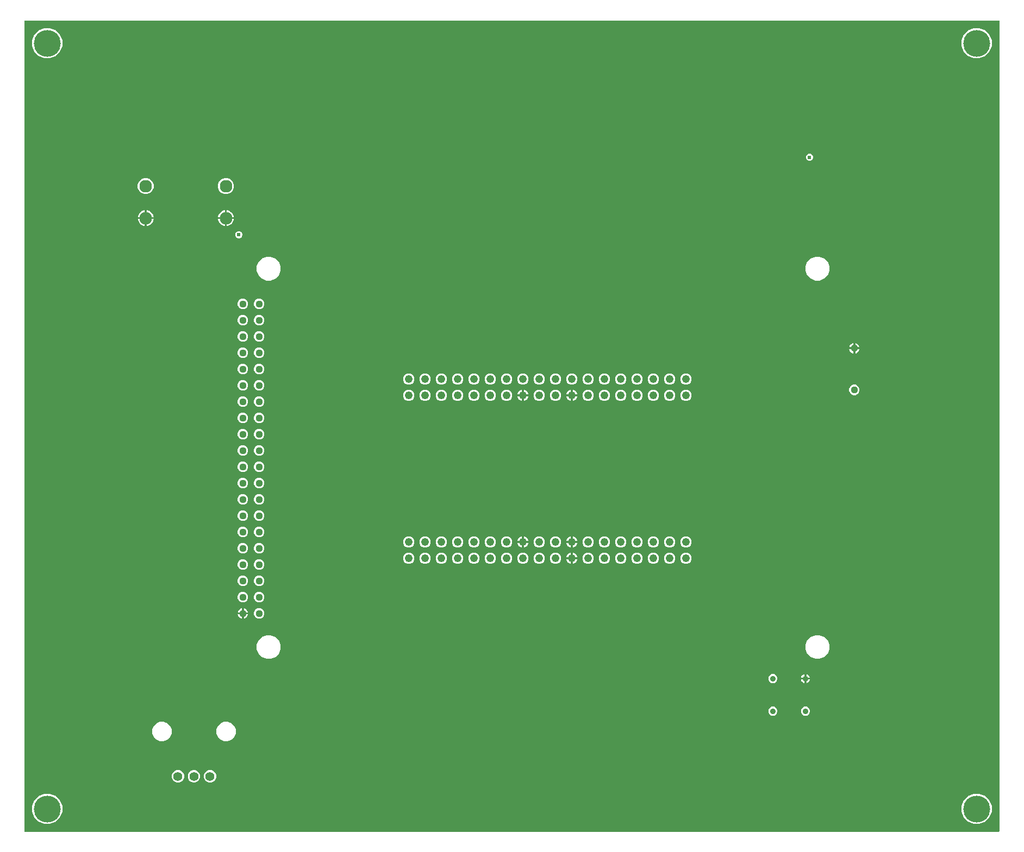
<source format=gbr>
G04 EAGLE Gerber RS-274X export*
G75*
%MOMM*%
%FSLAX34Y34*%
%LPD*%
%INCopper Layer 2*%
%IPPOS*%
%AMOC8*
5,1,8,0,0,1.08239X$1,22.5*%
G01*
%ADD10C,1.120000*%
%ADD11C,1.400000*%
%ADD12C,1.960000*%
%ADD13C,4.191000*%
%ADD14C,1.244600*%
%ADD15C,0.904800*%
%ADD16C,0.609600*%

G36*
X1520718Y2544D02*
X1520718Y2544D01*
X1520737Y2542D01*
X1520839Y2564D01*
X1520941Y2580D01*
X1520958Y2590D01*
X1520978Y2594D01*
X1521067Y2647D01*
X1521158Y2696D01*
X1521172Y2710D01*
X1521189Y2720D01*
X1521256Y2799D01*
X1521328Y2874D01*
X1521336Y2892D01*
X1521349Y2907D01*
X1521388Y3003D01*
X1521431Y3097D01*
X1521433Y3117D01*
X1521441Y3135D01*
X1521459Y3302D01*
X1521459Y1266698D01*
X1521456Y1266718D01*
X1521458Y1266737D01*
X1521436Y1266839D01*
X1521420Y1266941D01*
X1521410Y1266958D01*
X1521406Y1266978D01*
X1521353Y1267067D01*
X1521304Y1267158D01*
X1521290Y1267172D01*
X1521280Y1267189D01*
X1521201Y1267256D01*
X1521126Y1267328D01*
X1521108Y1267336D01*
X1521093Y1267349D01*
X1520997Y1267388D01*
X1520903Y1267431D01*
X1520883Y1267433D01*
X1520865Y1267441D01*
X1520698Y1267459D01*
X3302Y1267459D01*
X3282Y1267456D01*
X3263Y1267458D01*
X3161Y1267436D01*
X3059Y1267420D01*
X3042Y1267410D01*
X3022Y1267406D01*
X2933Y1267353D01*
X2842Y1267304D01*
X2828Y1267290D01*
X2811Y1267280D01*
X2744Y1267201D01*
X2672Y1267126D01*
X2664Y1267108D01*
X2651Y1267093D01*
X2612Y1266997D01*
X2569Y1266903D01*
X2567Y1266883D01*
X2559Y1266865D01*
X2541Y1266698D01*
X2541Y3302D01*
X2544Y3282D01*
X2542Y3263D01*
X2564Y3161D01*
X2580Y3059D01*
X2590Y3042D01*
X2594Y3022D01*
X2647Y2933D01*
X2696Y2842D01*
X2710Y2828D01*
X2720Y2811D01*
X2799Y2744D01*
X2874Y2672D01*
X2892Y2664D01*
X2907Y2651D01*
X3003Y2612D01*
X3097Y2569D01*
X3117Y2567D01*
X3135Y2559D01*
X3302Y2541D01*
X1520698Y2541D01*
X1520718Y2544D01*
G37*
%LPC*%
G36*
X1481226Y1208404D02*
X1481226Y1208404D01*
X1472591Y1211981D01*
X1465981Y1218591D01*
X1462404Y1227226D01*
X1462404Y1236574D01*
X1465981Y1245209D01*
X1472591Y1251819D01*
X1481226Y1255396D01*
X1490574Y1255396D01*
X1499209Y1251819D01*
X1505819Y1245209D01*
X1509396Y1236574D01*
X1509396Y1227226D01*
X1505819Y1218591D01*
X1499209Y1211981D01*
X1490574Y1208404D01*
X1481226Y1208404D01*
G37*
%LPD*%
%LPC*%
G36*
X33426Y1208404D02*
X33426Y1208404D01*
X24791Y1211981D01*
X18181Y1218591D01*
X14604Y1227226D01*
X14604Y1236574D01*
X18181Y1245209D01*
X24791Y1251819D01*
X33426Y1255396D01*
X42774Y1255396D01*
X51409Y1251819D01*
X58019Y1245209D01*
X61596Y1236574D01*
X61596Y1227226D01*
X58019Y1218591D01*
X51409Y1211981D01*
X42774Y1208404D01*
X33426Y1208404D01*
G37*
%LPD*%
%LPC*%
G36*
X33426Y14604D02*
X33426Y14604D01*
X24791Y18181D01*
X18181Y24791D01*
X14604Y33426D01*
X14604Y42774D01*
X18181Y51409D01*
X24791Y58019D01*
X33426Y61596D01*
X42774Y61596D01*
X51409Y58019D01*
X58019Y51409D01*
X61596Y42774D01*
X61596Y33426D01*
X58019Y24791D01*
X51409Y18181D01*
X42774Y14604D01*
X33426Y14604D01*
G37*
%LPD*%
%LPC*%
G36*
X1481226Y14604D02*
X1481226Y14604D01*
X1472591Y18181D01*
X1465981Y24791D01*
X1462404Y33426D01*
X1462404Y42774D01*
X1465981Y51409D01*
X1472591Y58019D01*
X1481226Y61596D01*
X1490574Y61596D01*
X1499209Y58019D01*
X1505819Y51409D01*
X1509396Y42774D01*
X1509396Y33426D01*
X1505819Y24791D01*
X1499209Y18181D01*
X1490574Y14604D01*
X1481226Y14604D01*
G37*
%LPD*%
%LPC*%
G36*
X1234212Y861959D02*
X1234212Y861959D01*
X1227397Y864782D01*
X1222182Y869997D01*
X1219359Y876812D01*
X1219359Y884188D01*
X1222182Y891003D01*
X1227397Y896218D01*
X1234212Y899041D01*
X1241588Y899041D01*
X1248403Y896218D01*
X1253618Y891003D01*
X1256441Y884188D01*
X1256441Y876812D01*
X1253618Y869997D01*
X1248403Y864782D01*
X1241588Y861959D01*
X1234212Y861959D01*
G37*
%LPD*%
%LPC*%
G36*
X379212Y861959D02*
X379212Y861959D01*
X372397Y864782D01*
X367182Y869997D01*
X364359Y876812D01*
X364359Y884188D01*
X367182Y891003D01*
X372397Y896218D01*
X379212Y899041D01*
X386588Y899041D01*
X393403Y896218D01*
X398618Y891003D01*
X401441Y884188D01*
X401441Y876812D01*
X398618Y869997D01*
X393403Y864782D01*
X386588Y861959D01*
X379212Y861959D01*
G37*
%LPD*%
%LPC*%
G36*
X379212Y271959D02*
X379212Y271959D01*
X372397Y274782D01*
X367182Y279997D01*
X364359Y286812D01*
X364359Y294188D01*
X367182Y301003D01*
X372397Y306218D01*
X379212Y309041D01*
X386588Y309041D01*
X393403Y306218D01*
X398618Y301003D01*
X401441Y294188D01*
X401441Y286812D01*
X398618Y279997D01*
X393403Y274782D01*
X386588Y271959D01*
X379212Y271959D01*
G37*
%LPD*%
%LPC*%
G36*
X1234212Y271959D02*
X1234212Y271959D01*
X1227397Y274782D01*
X1222182Y279997D01*
X1219359Y286812D01*
X1219359Y294188D01*
X1222182Y301003D01*
X1227397Y306218D01*
X1234212Y309041D01*
X1241588Y309041D01*
X1248403Y306218D01*
X1253618Y301003D01*
X1256441Y294188D01*
X1256441Y286812D01*
X1253618Y279997D01*
X1248403Y274782D01*
X1241588Y271959D01*
X1234212Y271959D01*
G37*
%LPD*%
%LPC*%
G36*
X213708Y143859D02*
X213708Y143859D01*
X208180Y146149D01*
X203949Y150380D01*
X201659Y155908D01*
X201659Y161892D01*
X203949Y167420D01*
X208180Y171651D01*
X213708Y173941D01*
X219692Y173941D01*
X225220Y171651D01*
X229451Y167420D01*
X231741Y161892D01*
X231741Y155908D01*
X229451Y150380D01*
X225220Y146149D01*
X219692Y143859D01*
X213708Y143859D01*
G37*
%LPD*%
%LPC*%
G36*
X313708Y143859D02*
X313708Y143859D01*
X308180Y146149D01*
X303949Y150380D01*
X301659Y155908D01*
X301659Y161892D01*
X303949Y167420D01*
X308180Y171651D01*
X313708Y173941D01*
X319692Y173941D01*
X325220Y171651D01*
X329451Y167420D01*
X331741Y161892D01*
X331741Y155908D01*
X329451Y150380D01*
X325220Y146149D01*
X319692Y143859D01*
X313708Y143859D01*
G37*
%LPD*%
%LPC*%
G36*
X314045Y996909D02*
X314045Y996909D01*
X309510Y998788D01*
X306038Y1002260D01*
X304159Y1006795D01*
X304159Y1011705D01*
X306038Y1016240D01*
X309510Y1019712D01*
X314045Y1021591D01*
X318955Y1021591D01*
X323490Y1019712D01*
X326962Y1016240D01*
X328841Y1011705D01*
X328841Y1006795D01*
X326962Y1002260D01*
X323490Y998788D01*
X318955Y996909D01*
X314045Y996909D01*
G37*
%LPD*%
%LPC*%
G36*
X189045Y996909D02*
X189045Y996909D01*
X184510Y998788D01*
X181038Y1002260D01*
X179159Y1006795D01*
X179159Y1011705D01*
X181038Y1016240D01*
X184510Y1019712D01*
X189045Y1021591D01*
X193955Y1021591D01*
X198490Y1019712D01*
X201962Y1016240D01*
X203841Y1011705D01*
X203841Y1006795D01*
X201962Y1002260D01*
X198490Y998788D01*
X193955Y996909D01*
X189045Y996909D01*
G37*
%LPD*%
%LPC*%
G36*
X264802Y79359D02*
X264802Y79359D01*
X261296Y80812D01*
X258612Y83496D01*
X257159Y87002D01*
X257159Y90798D01*
X258612Y94304D01*
X261296Y96988D01*
X264802Y98441D01*
X268598Y98441D01*
X272104Y96988D01*
X274788Y94304D01*
X276241Y90798D01*
X276241Y87002D01*
X274788Y83496D01*
X272104Y80812D01*
X268598Y79359D01*
X264802Y79359D01*
G37*
%LPD*%
%LPC*%
G36*
X289802Y79359D02*
X289802Y79359D01*
X286296Y80812D01*
X283612Y83496D01*
X282159Y87002D01*
X282159Y90798D01*
X283612Y94304D01*
X286296Y96988D01*
X289802Y98441D01*
X293598Y98441D01*
X297104Y96988D01*
X299788Y94304D01*
X301241Y90798D01*
X301241Y87002D01*
X299788Y83496D01*
X297104Y80812D01*
X293598Y79359D01*
X289802Y79359D01*
G37*
%LPD*%
%LPC*%
G36*
X239802Y79359D02*
X239802Y79359D01*
X236296Y80812D01*
X233612Y83496D01*
X232159Y87002D01*
X232159Y90798D01*
X233612Y94304D01*
X236296Y96988D01*
X239802Y98441D01*
X243598Y98441D01*
X247104Y96988D01*
X249788Y94304D01*
X251241Y90798D01*
X251241Y87002D01*
X249788Y83496D01*
X247104Y80812D01*
X243598Y79359D01*
X239802Y79359D01*
G37*
%LPD*%
%LPC*%
G36*
X726557Y420236D02*
X726557Y420236D01*
X723336Y421570D01*
X720870Y424036D01*
X719536Y427257D01*
X719536Y430743D01*
X720870Y433964D01*
X723336Y436430D01*
X726557Y437764D01*
X730043Y437764D01*
X733264Y436430D01*
X735730Y433964D01*
X737064Y430743D01*
X737064Y427257D01*
X735730Y424036D01*
X733264Y421570D01*
X730043Y420236D01*
X726557Y420236D01*
G37*
%LPD*%
%LPC*%
G36*
X701157Y420236D02*
X701157Y420236D01*
X697936Y421570D01*
X695470Y424036D01*
X694136Y427257D01*
X694136Y430743D01*
X695470Y433964D01*
X697936Y436430D01*
X701157Y437764D01*
X704643Y437764D01*
X707864Y436430D01*
X710330Y433964D01*
X711664Y430743D01*
X711664Y427257D01*
X710330Y424036D01*
X707864Y421570D01*
X704643Y420236D01*
X701157Y420236D01*
G37*
%LPD*%
%LPC*%
G36*
X675757Y420236D02*
X675757Y420236D01*
X672536Y421570D01*
X670070Y424036D01*
X668736Y427257D01*
X668736Y430743D01*
X670070Y433964D01*
X672536Y436430D01*
X675757Y437764D01*
X679243Y437764D01*
X682464Y436430D01*
X684930Y433964D01*
X686264Y430743D01*
X686264Y427257D01*
X684930Y424036D01*
X682464Y421570D01*
X679243Y420236D01*
X675757Y420236D01*
G37*
%LPD*%
%LPC*%
G36*
X650357Y420236D02*
X650357Y420236D01*
X647136Y421570D01*
X644670Y424036D01*
X643336Y427257D01*
X643336Y430743D01*
X644670Y433964D01*
X647136Y436430D01*
X650357Y437764D01*
X653843Y437764D01*
X657064Y436430D01*
X659530Y433964D01*
X660864Y430743D01*
X660864Y427257D01*
X659530Y424036D01*
X657064Y421570D01*
X653843Y420236D01*
X650357Y420236D01*
G37*
%LPD*%
%LPC*%
G36*
X955157Y420236D02*
X955157Y420236D01*
X951936Y421570D01*
X949470Y424036D01*
X948136Y427257D01*
X948136Y430743D01*
X949470Y433964D01*
X951936Y436430D01*
X955157Y437764D01*
X958643Y437764D01*
X961864Y436430D01*
X964330Y433964D01*
X965664Y430743D01*
X965664Y427257D01*
X964330Y424036D01*
X961864Y421570D01*
X958643Y420236D01*
X955157Y420236D01*
G37*
%LPD*%
%LPC*%
G36*
X751957Y445636D02*
X751957Y445636D01*
X748736Y446970D01*
X746270Y449436D01*
X744936Y452657D01*
X744936Y456143D01*
X746270Y459364D01*
X748736Y461830D01*
X751957Y463164D01*
X755443Y463164D01*
X758664Y461830D01*
X761130Y459364D01*
X762464Y456143D01*
X762464Y452657D01*
X761130Y449436D01*
X758664Y446970D01*
X755443Y445636D01*
X751957Y445636D01*
G37*
%LPD*%
%LPC*%
G36*
X1031357Y445636D02*
X1031357Y445636D01*
X1028136Y446970D01*
X1025670Y449436D01*
X1024336Y452657D01*
X1024336Y456143D01*
X1025670Y459364D01*
X1028136Y461830D01*
X1031357Y463164D01*
X1034843Y463164D01*
X1038064Y461830D01*
X1040530Y459364D01*
X1041864Y456143D01*
X1041864Y452657D01*
X1040530Y449436D01*
X1038064Y446970D01*
X1034843Y445636D01*
X1031357Y445636D01*
G37*
%LPD*%
%LPC*%
G36*
X726557Y445636D02*
X726557Y445636D01*
X723336Y446970D01*
X720870Y449436D01*
X719536Y452657D01*
X719536Y456143D01*
X720870Y459364D01*
X723336Y461830D01*
X726557Y463164D01*
X730043Y463164D01*
X733264Y461830D01*
X735730Y459364D01*
X737064Y456143D01*
X737064Y452657D01*
X735730Y449436D01*
X733264Y446970D01*
X730043Y445636D01*
X726557Y445636D01*
G37*
%LPD*%
%LPC*%
G36*
X701157Y445636D02*
X701157Y445636D01*
X697936Y446970D01*
X695470Y449436D01*
X694136Y452657D01*
X694136Y456143D01*
X695470Y459364D01*
X697936Y461830D01*
X701157Y463164D01*
X704643Y463164D01*
X707864Y461830D01*
X710330Y459364D01*
X711664Y456143D01*
X711664Y452657D01*
X710330Y449436D01*
X707864Y446970D01*
X704643Y445636D01*
X701157Y445636D01*
G37*
%LPD*%
%LPC*%
G36*
X1005957Y445636D02*
X1005957Y445636D01*
X1002736Y446970D01*
X1000270Y449436D01*
X998936Y452657D01*
X998936Y456143D01*
X1000270Y459364D01*
X1002736Y461830D01*
X1005957Y463164D01*
X1009443Y463164D01*
X1012664Y461830D01*
X1015130Y459364D01*
X1016464Y456143D01*
X1016464Y452657D01*
X1015130Y449436D01*
X1012664Y446970D01*
X1009443Y445636D01*
X1005957Y445636D01*
G37*
%LPD*%
%LPC*%
G36*
X980557Y445636D02*
X980557Y445636D01*
X977336Y446970D01*
X974870Y449436D01*
X973536Y452657D01*
X973536Y456143D01*
X974870Y459364D01*
X977336Y461830D01*
X980557Y463164D01*
X984043Y463164D01*
X987264Y461830D01*
X989730Y459364D01*
X991064Y456143D01*
X991064Y452657D01*
X989730Y449436D01*
X987264Y446970D01*
X984043Y445636D01*
X980557Y445636D01*
G37*
%LPD*%
%LPC*%
G36*
X955157Y445636D02*
X955157Y445636D01*
X951936Y446970D01*
X949470Y449436D01*
X948136Y452657D01*
X948136Y456143D01*
X949470Y459364D01*
X951936Y461830D01*
X955157Y463164D01*
X958643Y463164D01*
X961864Y461830D01*
X964330Y459364D01*
X965664Y456143D01*
X965664Y452657D01*
X964330Y449436D01*
X961864Y446970D01*
X958643Y445636D01*
X955157Y445636D01*
G37*
%LPD*%
%LPC*%
G36*
X929757Y445636D02*
X929757Y445636D01*
X926536Y446970D01*
X924070Y449436D01*
X922736Y452657D01*
X922736Y456143D01*
X924070Y459364D01*
X926536Y461830D01*
X929757Y463164D01*
X933243Y463164D01*
X936464Y461830D01*
X938930Y459364D01*
X940264Y456143D01*
X940264Y452657D01*
X938930Y449436D01*
X936464Y446970D01*
X933243Y445636D01*
X929757Y445636D01*
G37*
%LPD*%
%LPC*%
G36*
X904357Y445636D02*
X904357Y445636D01*
X901136Y446970D01*
X898670Y449436D01*
X897336Y452657D01*
X897336Y456143D01*
X898670Y459364D01*
X901136Y461830D01*
X904357Y463164D01*
X907843Y463164D01*
X911064Y461830D01*
X913530Y459364D01*
X914864Y456143D01*
X914864Y452657D01*
X913530Y449436D01*
X911064Y446970D01*
X907843Y445636D01*
X904357Y445636D01*
G37*
%LPD*%
%LPC*%
G36*
X878957Y445636D02*
X878957Y445636D01*
X875736Y446970D01*
X873270Y449436D01*
X871936Y452657D01*
X871936Y456143D01*
X873270Y459364D01*
X875736Y461830D01*
X878957Y463164D01*
X882443Y463164D01*
X885664Y461830D01*
X888130Y459364D01*
X889464Y456143D01*
X889464Y452657D01*
X888130Y449436D01*
X885664Y446970D01*
X882443Y445636D01*
X878957Y445636D01*
G37*
%LPD*%
%LPC*%
G36*
X777357Y699636D02*
X777357Y699636D01*
X774136Y700970D01*
X771670Y703436D01*
X770336Y706657D01*
X770336Y710143D01*
X771670Y713364D01*
X774136Y715830D01*
X777357Y717164D01*
X780843Y717164D01*
X784064Y715830D01*
X786530Y713364D01*
X787864Y710143D01*
X787864Y706657D01*
X786530Y703436D01*
X784064Y700970D01*
X780843Y699636D01*
X777357Y699636D01*
G37*
%LPD*%
%LPC*%
G36*
X828157Y445636D02*
X828157Y445636D01*
X824936Y446970D01*
X822470Y449436D01*
X821136Y452657D01*
X821136Y456143D01*
X822470Y459364D01*
X824936Y461830D01*
X828157Y463164D01*
X831643Y463164D01*
X834864Y461830D01*
X837330Y459364D01*
X838664Y456143D01*
X838664Y452657D01*
X837330Y449436D01*
X834864Y446970D01*
X831643Y445636D01*
X828157Y445636D01*
G37*
%LPD*%
%LPC*%
G36*
X802757Y445636D02*
X802757Y445636D01*
X799536Y446970D01*
X797070Y449436D01*
X795736Y452657D01*
X795736Y456143D01*
X797070Y459364D01*
X799536Y461830D01*
X802757Y463164D01*
X806243Y463164D01*
X809464Y461830D01*
X811930Y459364D01*
X813264Y456143D01*
X813264Y452657D01*
X811930Y449436D01*
X809464Y446970D01*
X806243Y445636D01*
X802757Y445636D01*
G37*
%LPD*%
%LPC*%
G36*
X675757Y445636D02*
X675757Y445636D01*
X672536Y446970D01*
X670070Y449436D01*
X668736Y452657D01*
X668736Y456143D01*
X670070Y459364D01*
X672536Y461830D01*
X675757Y463164D01*
X679243Y463164D01*
X682464Y461830D01*
X684930Y459364D01*
X686264Y456143D01*
X686264Y452657D01*
X684930Y449436D01*
X682464Y446970D01*
X679243Y445636D01*
X675757Y445636D01*
G37*
%LPD*%
%LPC*%
G36*
X650357Y445636D02*
X650357Y445636D01*
X647136Y446970D01*
X644670Y449436D01*
X643336Y452657D01*
X643336Y456143D01*
X644670Y459364D01*
X647136Y461830D01*
X650357Y463164D01*
X653843Y463164D01*
X657064Y461830D01*
X659530Y459364D01*
X660864Y456143D01*
X660864Y452657D01*
X659530Y449436D01*
X657064Y446970D01*
X653843Y445636D01*
X650357Y445636D01*
G37*
%LPD*%
%LPC*%
G36*
X624957Y445636D02*
X624957Y445636D01*
X621736Y446970D01*
X619270Y449436D01*
X617936Y452657D01*
X617936Y456143D01*
X619270Y459364D01*
X621736Y461830D01*
X624957Y463164D01*
X628443Y463164D01*
X631664Y461830D01*
X634130Y459364D01*
X635464Y456143D01*
X635464Y452657D01*
X634130Y449436D01*
X631664Y446970D01*
X628443Y445636D01*
X624957Y445636D01*
G37*
%LPD*%
%LPC*%
G36*
X599557Y445636D02*
X599557Y445636D01*
X596336Y446970D01*
X593870Y449436D01*
X592536Y452657D01*
X592536Y456143D01*
X593870Y459364D01*
X596336Y461830D01*
X599557Y463164D01*
X603043Y463164D01*
X606264Y461830D01*
X608730Y459364D01*
X610064Y456143D01*
X610064Y452657D01*
X608730Y449436D01*
X606264Y446970D01*
X603043Y445636D01*
X599557Y445636D01*
G37*
%LPD*%
%LPC*%
G36*
X624957Y420236D02*
X624957Y420236D01*
X621736Y421570D01*
X619270Y424036D01*
X617936Y427257D01*
X617936Y430743D01*
X619270Y433964D01*
X621736Y436430D01*
X624957Y437764D01*
X628443Y437764D01*
X631664Y436430D01*
X634130Y433964D01*
X635464Y430743D01*
X635464Y427257D01*
X634130Y424036D01*
X631664Y421570D01*
X628443Y420236D01*
X624957Y420236D01*
G37*
%LPD*%
%LPC*%
G36*
X599557Y420236D02*
X599557Y420236D01*
X596336Y421570D01*
X593870Y424036D01*
X592536Y427257D01*
X592536Y430743D01*
X593870Y433964D01*
X596336Y436430D01*
X599557Y437764D01*
X603043Y437764D01*
X606264Y436430D01*
X608730Y433964D01*
X610064Y430743D01*
X610064Y427257D01*
X608730Y424036D01*
X606264Y421570D01*
X603043Y420236D01*
X599557Y420236D01*
G37*
%LPD*%
%LPC*%
G36*
X1031357Y420236D02*
X1031357Y420236D01*
X1028136Y421570D01*
X1025670Y424036D01*
X1024336Y427257D01*
X1024336Y430743D01*
X1025670Y433964D01*
X1028136Y436430D01*
X1031357Y437764D01*
X1034843Y437764D01*
X1038064Y436430D01*
X1040530Y433964D01*
X1041864Y430743D01*
X1041864Y427257D01*
X1040530Y424036D01*
X1038064Y421570D01*
X1034843Y420236D01*
X1031357Y420236D01*
G37*
%LPD*%
%LPC*%
G36*
X1005957Y420236D02*
X1005957Y420236D01*
X1002736Y421570D01*
X1000270Y424036D01*
X998936Y427257D01*
X998936Y430743D01*
X1000270Y433964D01*
X1002736Y436430D01*
X1005957Y437764D01*
X1009443Y437764D01*
X1012664Y436430D01*
X1015130Y433964D01*
X1016464Y430743D01*
X1016464Y427257D01*
X1015130Y424036D01*
X1012664Y421570D01*
X1009443Y420236D01*
X1005957Y420236D01*
G37*
%LPD*%
%LPC*%
G36*
X980557Y420236D02*
X980557Y420236D01*
X977336Y421570D01*
X974870Y424036D01*
X973536Y427257D01*
X973536Y430743D01*
X974870Y433964D01*
X977336Y436430D01*
X980557Y437764D01*
X984043Y437764D01*
X987264Y436430D01*
X989730Y433964D01*
X991064Y430743D01*
X991064Y427257D01*
X989730Y424036D01*
X987264Y421570D01*
X984043Y420236D01*
X980557Y420236D01*
G37*
%LPD*%
%LPC*%
G36*
X853557Y699636D02*
X853557Y699636D01*
X850336Y700970D01*
X847870Y703436D01*
X846536Y706657D01*
X846536Y710143D01*
X847870Y713364D01*
X850336Y715830D01*
X853557Y717164D01*
X857043Y717164D01*
X860264Y715830D01*
X862730Y713364D01*
X864064Y710143D01*
X864064Y706657D01*
X862730Y703436D01*
X860264Y700970D01*
X857043Y699636D01*
X853557Y699636D01*
G37*
%LPD*%
%LPC*%
G36*
X828157Y699636D02*
X828157Y699636D01*
X824936Y700970D01*
X822470Y703436D01*
X821136Y706657D01*
X821136Y710143D01*
X822470Y713364D01*
X824936Y715830D01*
X828157Y717164D01*
X831643Y717164D01*
X834864Y715830D01*
X837330Y713364D01*
X838664Y710143D01*
X838664Y706657D01*
X837330Y703436D01*
X834864Y700970D01*
X831643Y699636D01*
X828157Y699636D01*
G37*
%LPD*%
%LPC*%
G36*
X1031357Y699636D02*
X1031357Y699636D01*
X1028136Y700970D01*
X1025670Y703436D01*
X1024336Y706657D01*
X1024336Y710143D01*
X1025670Y713364D01*
X1028136Y715830D01*
X1031357Y717164D01*
X1034843Y717164D01*
X1038064Y715830D01*
X1040530Y713364D01*
X1041864Y710143D01*
X1041864Y706657D01*
X1040530Y703436D01*
X1038064Y700970D01*
X1034843Y699636D01*
X1031357Y699636D01*
G37*
%LPD*%
%LPC*%
G36*
X1005957Y699636D02*
X1005957Y699636D01*
X1002736Y700970D01*
X1000270Y703436D01*
X998936Y706657D01*
X998936Y710143D01*
X1000270Y713364D01*
X1002736Y715830D01*
X1005957Y717164D01*
X1009443Y717164D01*
X1012664Y715830D01*
X1015130Y713364D01*
X1016464Y710143D01*
X1016464Y706657D01*
X1015130Y703436D01*
X1012664Y700970D01*
X1009443Y699636D01*
X1005957Y699636D01*
G37*
%LPD*%
%LPC*%
G36*
X980557Y699636D02*
X980557Y699636D01*
X977336Y700970D01*
X974870Y703436D01*
X973536Y706657D01*
X973536Y710143D01*
X974870Y713364D01*
X977336Y715830D01*
X980557Y717164D01*
X984043Y717164D01*
X987264Y715830D01*
X989730Y713364D01*
X991064Y710143D01*
X991064Y706657D01*
X989730Y703436D01*
X987264Y700970D01*
X984043Y699636D01*
X980557Y699636D01*
G37*
%LPD*%
%LPC*%
G36*
X955157Y699636D02*
X955157Y699636D01*
X951936Y700970D01*
X949470Y703436D01*
X948136Y706657D01*
X948136Y710143D01*
X949470Y713364D01*
X951936Y715830D01*
X955157Y717164D01*
X958643Y717164D01*
X961864Y715830D01*
X964330Y713364D01*
X965664Y710143D01*
X965664Y706657D01*
X964330Y703436D01*
X961864Y700970D01*
X958643Y699636D01*
X955157Y699636D01*
G37*
%LPD*%
%LPC*%
G36*
X929757Y699636D02*
X929757Y699636D01*
X926536Y700970D01*
X924070Y703436D01*
X922736Y706657D01*
X922736Y710143D01*
X924070Y713364D01*
X926536Y715830D01*
X929757Y717164D01*
X933243Y717164D01*
X936464Y715830D01*
X938930Y713364D01*
X940264Y710143D01*
X940264Y706657D01*
X938930Y703436D01*
X936464Y700970D01*
X933243Y699636D01*
X929757Y699636D01*
G37*
%LPD*%
%LPC*%
G36*
X904357Y699636D02*
X904357Y699636D01*
X901136Y700970D01*
X898670Y703436D01*
X897336Y706657D01*
X897336Y710143D01*
X898670Y713364D01*
X901136Y715830D01*
X904357Y717164D01*
X907843Y717164D01*
X911064Y715830D01*
X913530Y713364D01*
X914864Y710143D01*
X914864Y706657D01*
X913530Y703436D01*
X911064Y700970D01*
X907843Y699636D01*
X904357Y699636D01*
G37*
%LPD*%
%LPC*%
G36*
X878957Y699636D02*
X878957Y699636D01*
X875736Y700970D01*
X873270Y703436D01*
X871936Y706657D01*
X871936Y710143D01*
X873270Y713364D01*
X875736Y715830D01*
X878957Y717164D01*
X882443Y717164D01*
X885664Y715830D01*
X888130Y713364D01*
X889464Y710143D01*
X889464Y706657D01*
X888130Y703436D01*
X885664Y700970D01*
X882443Y699636D01*
X878957Y699636D01*
G37*
%LPD*%
%LPC*%
G36*
X802757Y699636D02*
X802757Y699636D01*
X799536Y700970D01*
X797070Y703436D01*
X795736Y706657D01*
X795736Y710143D01*
X797070Y713364D01*
X799536Y715830D01*
X802757Y717164D01*
X806243Y717164D01*
X809464Y715830D01*
X811930Y713364D01*
X813264Y710143D01*
X813264Y706657D01*
X811930Y703436D01*
X809464Y700970D01*
X806243Y699636D01*
X802757Y699636D01*
G37*
%LPD*%
%LPC*%
G36*
X929757Y420236D02*
X929757Y420236D01*
X926536Y421570D01*
X924070Y424036D01*
X922736Y427257D01*
X922736Y430743D01*
X924070Y433964D01*
X926536Y436430D01*
X929757Y437764D01*
X933243Y437764D01*
X936464Y436430D01*
X938930Y433964D01*
X940264Y430743D01*
X940264Y427257D01*
X938930Y424036D01*
X936464Y421570D01*
X933243Y420236D01*
X929757Y420236D01*
G37*
%LPD*%
%LPC*%
G36*
X751957Y699636D02*
X751957Y699636D01*
X748736Y700970D01*
X746270Y703436D01*
X744936Y706657D01*
X744936Y710143D01*
X746270Y713364D01*
X748736Y715830D01*
X751957Y717164D01*
X755443Y717164D01*
X758664Y715830D01*
X761130Y713364D01*
X762464Y710143D01*
X762464Y706657D01*
X761130Y703436D01*
X758664Y700970D01*
X755443Y699636D01*
X751957Y699636D01*
G37*
%LPD*%
%LPC*%
G36*
X726557Y699636D02*
X726557Y699636D01*
X723336Y700970D01*
X720870Y703436D01*
X719536Y706657D01*
X719536Y710143D01*
X720870Y713364D01*
X723336Y715830D01*
X726557Y717164D01*
X730043Y717164D01*
X733264Y715830D01*
X735730Y713364D01*
X737064Y710143D01*
X737064Y706657D01*
X735730Y703436D01*
X733264Y700970D01*
X730043Y699636D01*
X726557Y699636D01*
G37*
%LPD*%
%LPC*%
G36*
X701157Y699636D02*
X701157Y699636D01*
X697936Y700970D01*
X695470Y703436D01*
X694136Y706657D01*
X694136Y710143D01*
X695470Y713364D01*
X697936Y715830D01*
X701157Y717164D01*
X704643Y717164D01*
X707864Y715830D01*
X710330Y713364D01*
X711664Y710143D01*
X711664Y706657D01*
X710330Y703436D01*
X707864Y700970D01*
X704643Y699636D01*
X701157Y699636D01*
G37*
%LPD*%
%LPC*%
G36*
X675757Y699636D02*
X675757Y699636D01*
X672536Y700970D01*
X670070Y703436D01*
X668736Y706657D01*
X668736Y710143D01*
X670070Y713364D01*
X672536Y715830D01*
X675757Y717164D01*
X679243Y717164D01*
X682464Y715830D01*
X684930Y713364D01*
X686264Y710143D01*
X686264Y706657D01*
X684930Y703436D01*
X682464Y700970D01*
X679243Y699636D01*
X675757Y699636D01*
G37*
%LPD*%
%LPC*%
G36*
X650357Y699636D02*
X650357Y699636D01*
X647136Y700970D01*
X644670Y703436D01*
X643336Y706657D01*
X643336Y710143D01*
X644670Y713364D01*
X647136Y715830D01*
X650357Y717164D01*
X653843Y717164D01*
X657064Y715830D01*
X659530Y713364D01*
X660864Y710143D01*
X660864Y706657D01*
X659530Y703436D01*
X657064Y700970D01*
X653843Y699636D01*
X650357Y699636D01*
G37*
%LPD*%
%LPC*%
G36*
X624957Y699636D02*
X624957Y699636D01*
X621736Y700970D01*
X619270Y703436D01*
X617936Y706657D01*
X617936Y710143D01*
X619270Y713364D01*
X621736Y715830D01*
X624957Y717164D01*
X628443Y717164D01*
X631664Y715830D01*
X634130Y713364D01*
X635464Y710143D01*
X635464Y706657D01*
X634130Y703436D01*
X631664Y700970D01*
X628443Y699636D01*
X624957Y699636D01*
G37*
%LPD*%
%LPC*%
G36*
X599557Y699636D02*
X599557Y699636D01*
X596336Y700970D01*
X593870Y703436D01*
X592536Y706657D01*
X592536Y710143D01*
X593870Y713364D01*
X596336Y715830D01*
X599557Y717164D01*
X603043Y717164D01*
X606264Y715830D01*
X608730Y713364D01*
X610064Y710143D01*
X610064Y706657D01*
X608730Y703436D01*
X606264Y700970D01*
X603043Y699636D01*
X599557Y699636D01*
G37*
%LPD*%
%LPC*%
G36*
X904357Y420236D02*
X904357Y420236D01*
X901136Y421570D01*
X898670Y424036D01*
X897336Y427257D01*
X897336Y430743D01*
X898670Y433964D01*
X901136Y436430D01*
X904357Y437764D01*
X907843Y437764D01*
X911064Y436430D01*
X913530Y433964D01*
X914864Y430743D01*
X914864Y427257D01*
X913530Y424036D01*
X911064Y421570D01*
X907843Y420236D01*
X904357Y420236D01*
G37*
%LPD*%
%LPC*%
G36*
X878957Y420236D02*
X878957Y420236D01*
X875736Y421570D01*
X873270Y424036D01*
X871936Y427257D01*
X871936Y430743D01*
X873270Y433964D01*
X875736Y436430D01*
X878957Y437764D01*
X882443Y437764D01*
X885664Y436430D01*
X888130Y433964D01*
X889464Y430743D01*
X889464Y427257D01*
X888130Y424036D01*
X885664Y421570D01*
X882443Y420236D01*
X878957Y420236D01*
G37*
%LPD*%
%LPC*%
G36*
X828157Y420236D02*
X828157Y420236D01*
X824936Y421570D01*
X822470Y424036D01*
X821136Y427257D01*
X821136Y430743D01*
X822470Y433964D01*
X824936Y436430D01*
X828157Y437764D01*
X831643Y437764D01*
X834864Y436430D01*
X837330Y433964D01*
X838664Y430743D01*
X838664Y427257D01*
X837330Y424036D01*
X834864Y421570D01*
X831643Y420236D01*
X828157Y420236D01*
G37*
%LPD*%
%LPC*%
G36*
X650357Y674236D02*
X650357Y674236D01*
X647136Y675570D01*
X644670Y678036D01*
X643336Y681257D01*
X643336Y684743D01*
X644670Y687964D01*
X647136Y690430D01*
X650357Y691764D01*
X653843Y691764D01*
X657064Y690430D01*
X659530Y687964D01*
X660864Y684743D01*
X660864Y681257D01*
X659530Y678036D01*
X657064Y675570D01*
X653843Y674236D01*
X650357Y674236D01*
G37*
%LPD*%
%LPC*%
G36*
X624957Y674236D02*
X624957Y674236D01*
X621736Y675570D01*
X619270Y678036D01*
X617936Y681257D01*
X617936Y684743D01*
X619270Y687964D01*
X621736Y690430D01*
X624957Y691764D01*
X628443Y691764D01*
X631664Y690430D01*
X634130Y687964D01*
X635464Y684743D01*
X635464Y681257D01*
X634130Y678036D01*
X631664Y675570D01*
X628443Y674236D01*
X624957Y674236D01*
G37*
%LPD*%
%LPC*%
G36*
X1031357Y674236D02*
X1031357Y674236D01*
X1028136Y675570D01*
X1025670Y678036D01*
X1024336Y681257D01*
X1024336Y684743D01*
X1025670Y687964D01*
X1028136Y690430D01*
X1031357Y691764D01*
X1034843Y691764D01*
X1038064Y690430D01*
X1040530Y687964D01*
X1041864Y684743D01*
X1041864Y681257D01*
X1040530Y678036D01*
X1038064Y675570D01*
X1034843Y674236D01*
X1031357Y674236D01*
G37*
%LPD*%
%LPC*%
G36*
X1005957Y674236D02*
X1005957Y674236D01*
X1002736Y675570D01*
X1000270Y678036D01*
X998936Y681257D01*
X998936Y684743D01*
X1000270Y687964D01*
X1002736Y690430D01*
X1005957Y691764D01*
X1009443Y691764D01*
X1012664Y690430D01*
X1015130Y687964D01*
X1016464Y684743D01*
X1016464Y681257D01*
X1015130Y678036D01*
X1012664Y675570D01*
X1009443Y674236D01*
X1005957Y674236D01*
G37*
%LPD*%
%LPC*%
G36*
X980557Y674236D02*
X980557Y674236D01*
X977336Y675570D01*
X974870Y678036D01*
X973536Y681257D01*
X973536Y684743D01*
X974870Y687964D01*
X977336Y690430D01*
X980557Y691764D01*
X984043Y691764D01*
X987264Y690430D01*
X989730Y687964D01*
X991064Y684743D01*
X991064Y681257D01*
X989730Y678036D01*
X987264Y675570D01*
X984043Y674236D01*
X980557Y674236D01*
G37*
%LPD*%
%LPC*%
G36*
X955157Y674236D02*
X955157Y674236D01*
X951936Y675570D01*
X949470Y678036D01*
X948136Y681257D01*
X948136Y684743D01*
X949470Y687964D01*
X951936Y690430D01*
X955157Y691764D01*
X958643Y691764D01*
X961864Y690430D01*
X964330Y687964D01*
X965664Y684743D01*
X965664Y681257D01*
X964330Y678036D01*
X961864Y675570D01*
X958643Y674236D01*
X955157Y674236D01*
G37*
%LPD*%
%LPC*%
G36*
X929757Y674236D02*
X929757Y674236D01*
X926536Y675570D01*
X924070Y678036D01*
X922736Y681257D01*
X922736Y684743D01*
X924070Y687964D01*
X926536Y690430D01*
X929757Y691764D01*
X933243Y691764D01*
X936464Y690430D01*
X938930Y687964D01*
X940264Y684743D01*
X940264Y681257D01*
X938930Y678036D01*
X936464Y675570D01*
X933243Y674236D01*
X929757Y674236D01*
G37*
%LPD*%
%LPC*%
G36*
X904357Y674236D02*
X904357Y674236D01*
X901136Y675570D01*
X898670Y678036D01*
X897336Y681257D01*
X897336Y684743D01*
X898670Y687964D01*
X901136Y690430D01*
X904357Y691764D01*
X907843Y691764D01*
X911064Y690430D01*
X913530Y687964D01*
X914864Y684743D01*
X914864Y681257D01*
X913530Y678036D01*
X911064Y675570D01*
X907843Y674236D01*
X904357Y674236D01*
G37*
%LPD*%
%LPC*%
G36*
X878957Y674236D02*
X878957Y674236D01*
X875736Y675570D01*
X873270Y678036D01*
X871936Y681257D01*
X871936Y684743D01*
X873270Y687964D01*
X875736Y690430D01*
X878957Y691764D01*
X882443Y691764D01*
X885664Y690430D01*
X888130Y687964D01*
X889464Y684743D01*
X889464Y681257D01*
X888130Y678036D01*
X885664Y675570D01*
X882443Y674236D01*
X878957Y674236D01*
G37*
%LPD*%
%LPC*%
G36*
X828157Y674236D02*
X828157Y674236D01*
X824936Y675570D01*
X822470Y678036D01*
X821136Y681257D01*
X821136Y684743D01*
X822470Y687964D01*
X824936Y690430D01*
X828157Y691764D01*
X831643Y691764D01*
X834864Y690430D01*
X837330Y687964D01*
X838664Y684743D01*
X838664Y681257D01*
X837330Y678036D01*
X834864Y675570D01*
X831643Y674236D01*
X828157Y674236D01*
G37*
%LPD*%
%LPC*%
G36*
X802757Y674236D02*
X802757Y674236D01*
X799536Y675570D01*
X797070Y678036D01*
X795736Y681257D01*
X795736Y684743D01*
X797070Y687964D01*
X799536Y690430D01*
X802757Y691764D01*
X806243Y691764D01*
X809464Y690430D01*
X811930Y687964D01*
X813264Y684743D01*
X813264Y681257D01*
X811930Y678036D01*
X809464Y675570D01*
X806243Y674236D01*
X802757Y674236D01*
G37*
%LPD*%
%LPC*%
G36*
X751957Y674236D02*
X751957Y674236D01*
X748736Y675570D01*
X746270Y678036D01*
X744936Y681257D01*
X744936Y684743D01*
X746270Y687964D01*
X748736Y690430D01*
X751957Y691764D01*
X755443Y691764D01*
X758664Y690430D01*
X761130Y687964D01*
X762464Y684743D01*
X762464Y681257D01*
X761130Y678036D01*
X758664Y675570D01*
X755443Y674236D01*
X751957Y674236D01*
G37*
%LPD*%
%LPC*%
G36*
X726557Y674236D02*
X726557Y674236D01*
X723336Y675570D01*
X720870Y678036D01*
X719536Y681257D01*
X719536Y684743D01*
X720870Y687964D01*
X723336Y690430D01*
X726557Y691764D01*
X730043Y691764D01*
X733264Y690430D01*
X735730Y687964D01*
X737064Y684743D01*
X737064Y681257D01*
X735730Y678036D01*
X733264Y675570D01*
X730043Y674236D01*
X726557Y674236D01*
G37*
%LPD*%
%LPC*%
G36*
X701157Y674236D02*
X701157Y674236D01*
X697936Y675570D01*
X695470Y678036D01*
X694136Y681257D01*
X694136Y684743D01*
X695470Y687964D01*
X697936Y690430D01*
X701157Y691764D01*
X704643Y691764D01*
X707864Y690430D01*
X710330Y687964D01*
X711664Y684743D01*
X711664Y681257D01*
X710330Y678036D01*
X707864Y675570D01*
X704643Y674236D01*
X701157Y674236D01*
G37*
%LPD*%
%LPC*%
G36*
X675757Y674236D02*
X675757Y674236D01*
X672536Y675570D01*
X670070Y678036D01*
X668736Y681257D01*
X668736Y684743D01*
X670070Y687964D01*
X672536Y690430D01*
X675757Y691764D01*
X679243Y691764D01*
X682464Y690430D01*
X684930Y687964D01*
X686264Y684743D01*
X686264Y681257D01*
X684930Y678036D01*
X682464Y675570D01*
X679243Y674236D01*
X675757Y674236D01*
G37*
%LPD*%
%LPC*%
G36*
X599557Y674236D02*
X599557Y674236D01*
X596336Y675570D01*
X593870Y678036D01*
X592536Y681257D01*
X592536Y684743D01*
X593870Y687964D01*
X596336Y690430D01*
X599557Y691764D01*
X603043Y691764D01*
X606264Y690430D01*
X608730Y687964D01*
X610064Y684743D01*
X610064Y681257D01*
X608730Y678036D01*
X606264Y675570D01*
X603043Y674236D01*
X599557Y674236D01*
G37*
%LPD*%
%LPC*%
G36*
X802757Y420236D02*
X802757Y420236D01*
X799536Y421570D01*
X797070Y424036D01*
X795736Y427257D01*
X795736Y430743D01*
X797070Y433964D01*
X799536Y436430D01*
X802757Y437764D01*
X806243Y437764D01*
X809464Y436430D01*
X811930Y433964D01*
X813264Y430743D01*
X813264Y427257D01*
X811930Y424036D01*
X809464Y421570D01*
X806243Y420236D01*
X802757Y420236D01*
G37*
%LPD*%
%LPC*%
G36*
X777357Y420236D02*
X777357Y420236D01*
X774136Y421570D01*
X771670Y424036D01*
X770336Y427257D01*
X770336Y430743D01*
X771670Y433964D01*
X774136Y436430D01*
X777357Y437764D01*
X780843Y437764D01*
X784064Y436430D01*
X786530Y433964D01*
X787864Y430743D01*
X787864Y427257D01*
X786530Y424036D01*
X784064Y421570D01*
X780843Y420236D01*
X777357Y420236D01*
G37*
%LPD*%
%LPC*%
G36*
X751957Y420236D02*
X751957Y420236D01*
X748736Y421570D01*
X746270Y424036D01*
X744936Y427257D01*
X744936Y430743D01*
X746270Y433964D01*
X748736Y436430D01*
X751957Y437764D01*
X755443Y437764D01*
X758664Y436430D01*
X761130Y433964D01*
X762464Y430743D01*
X762464Y427257D01*
X761130Y424036D01*
X758664Y421570D01*
X755443Y420236D01*
X751957Y420236D01*
G37*
%LPD*%
%LPC*%
G36*
X366681Y791959D02*
X366681Y791959D01*
X363689Y793199D01*
X361399Y795489D01*
X360159Y798481D01*
X360159Y801719D01*
X361399Y804711D01*
X363689Y807001D01*
X366681Y808241D01*
X369919Y808241D01*
X372911Y807001D01*
X375201Y804711D01*
X376441Y801719D01*
X376441Y798481D01*
X375201Y795489D01*
X372911Y793199D01*
X369919Y791959D01*
X366681Y791959D01*
G37*
%LPD*%
%LPC*%
G36*
X366681Y436359D02*
X366681Y436359D01*
X363689Y437599D01*
X361399Y439889D01*
X360159Y442881D01*
X360159Y446119D01*
X361399Y449111D01*
X363689Y451401D01*
X366681Y452641D01*
X369919Y452641D01*
X372911Y451401D01*
X375201Y449111D01*
X376441Y446119D01*
X376441Y442881D01*
X375201Y439889D01*
X372911Y437599D01*
X369919Y436359D01*
X366681Y436359D01*
G37*
%LPD*%
%LPC*%
G36*
X341281Y410959D02*
X341281Y410959D01*
X338289Y412199D01*
X335999Y414489D01*
X334759Y417481D01*
X334759Y420719D01*
X335999Y423711D01*
X338289Y426001D01*
X341281Y427241D01*
X344519Y427241D01*
X347511Y426001D01*
X349801Y423711D01*
X351041Y420719D01*
X351041Y417481D01*
X349801Y414489D01*
X347511Y412199D01*
X344519Y410959D01*
X341281Y410959D01*
G37*
%LPD*%
%LPC*%
G36*
X366681Y385559D02*
X366681Y385559D01*
X363689Y386799D01*
X361399Y389089D01*
X360159Y392081D01*
X360159Y395319D01*
X361399Y398311D01*
X363689Y400601D01*
X366681Y401841D01*
X369919Y401841D01*
X372911Y400601D01*
X375201Y398311D01*
X376441Y395319D01*
X376441Y392081D01*
X375201Y389089D01*
X372911Y386799D01*
X369919Y385559D01*
X366681Y385559D01*
G37*
%LPD*%
%LPC*%
G36*
X341281Y385559D02*
X341281Y385559D01*
X338289Y386799D01*
X335999Y389089D01*
X334759Y392081D01*
X334759Y395319D01*
X335999Y398311D01*
X338289Y400601D01*
X341281Y401841D01*
X344519Y401841D01*
X347511Y400601D01*
X349801Y398311D01*
X351041Y395319D01*
X351041Y392081D01*
X349801Y389089D01*
X347511Y386799D01*
X344519Y385559D01*
X341281Y385559D01*
G37*
%LPD*%
%LPC*%
G36*
X366681Y410959D02*
X366681Y410959D01*
X363689Y412199D01*
X361399Y414489D01*
X360159Y417481D01*
X360159Y420719D01*
X361399Y423711D01*
X363689Y426001D01*
X366681Y427241D01*
X369919Y427241D01*
X372911Y426001D01*
X375201Y423711D01*
X376441Y420719D01*
X376441Y417481D01*
X375201Y414489D01*
X372911Y412199D01*
X369919Y410959D01*
X366681Y410959D01*
G37*
%LPD*%
%LPC*%
G36*
X366681Y360159D02*
X366681Y360159D01*
X363689Y361399D01*
X361399Y363689D01*
X360159Y366681D01*
X360159Y369919D01*
X361399Y372911D01*
X363689Y375201D01*
X366681Y376441D01*
X369919Y376441D01*
X372911Y375201D01*
X375201Y372911D01*
X376441Y369919D01*
X376441Y366681D01*
X375201Y363689D01*
X372911Y361399D01*
X369919Y360159D01*
X366681Y360159D01*
G37*
%LPD*%
%LPC*%
G36*
X1293781Y683259D02*
X1293781Y683259D01*
X1290789Y684499D01*
X1288499Y686789D01*
X1287259Y689781D01*
X1287259Y693019D01*
X1288499Y696011D01*
X1290789Y698301D01*
X1293781Y699541D01*
X1297019Y699541D01*
X1300011Y698301D01*
X1302301Y696011D01*
X1303541Y693019D01*
X1303541Y689781D01*
X1302301Y686789D01*
X1300011Y684499D01*
X1297019Y683259D01*
X1293781Y683259D01*
G37*
%LPD*%
%LPC*%
G36*
X341281Y360159D02*
X341281Y360159D01*
X338289Y361399D01*
X335999Y363689D01*
X334759Y366681D01*
X334759Y369919D01*
X335999Y372911D01*
X338289Y375201D01*
X341281Y376441D01*
X344519Y376441D01*
X347511Y375201D01*
X349801Y372911D01*
X351041Y369919D01*
X351041Y366681D01*
X349801Y363689D01*
X347511Y361399D01*
X344519Y360159D01*
X341281Y360159D01*
G37*
%LPD*%
%LPC*%
G36*
X366681Y334759D02*
X366681Y334759D01*
X363689Y335999D01*
X361399Y338289D01*
X360159Y341281D01*
X360159Y344519D01*
X361399Y347511D01*
X363689Y349801D01*
X366681Y351041D01*
X369919Y351041D01*
X372911Y349801D01*
X375201Y347511D01*
X376441Y344519D01*
X376441Y341281D01*
X375201Y338289D01*
X372911Y335999D01*
X369919Y334759D01*
X366681Y334759D01*
G37*
%LPD*%
%LPC*%
G36*
X341281Y614159D02*
X341281Y614159D01*
X338289Y615399D01*
X335999Y617689D01*
X334759Y620681D01*
X334759Y623919D01*
X335999Y626911D01*
X338289Y629201D01*
X341281Y630441D01*
X344519Y630441D01*
X347511Y629201D01*
X349801Y626911D01*
X351041Y623919D01*
X351041Y620681D01*
X349801Y617689D01*
X347511Y615399D01*
X344519Y614159D01*
X341281Y614159D01*
G37*
%LPD*%
%LPC*%
G36*
X341281Y639559D02*
X341281Y639559D01*
X338289Y640799D01*
X335999Y643089D01*
X334759Y646081D01*
X334759Y649319D01*
X335999Y652311D01*
X338289Y654601D01*
X341281Y655841D01*
X344519Y655841D01*
X347511Y654601D01*
X349801Y652311D01*
X351041Y649319D01*
X351041Y646081D01*
X349801Y643089D01*
X347511Y640799D01*
X344519Y639559D01*
X341281Y639559D01*
G37*
%LPD*%
%LPC*%
G36*
X366681Y817359D02*
X366681Y817359D01*
X363689Y818599D01*
X361399Y820889D01*
X360159Y823881D01*
X360159Y827119D01*
X361399Y830111D01*
X363689Y832401D01*
X366681Y833641D01*
X369919Y833641D01*
X372911Y832401D01*
X375201Y830111D01*
X376441Y827119D01*
X376441Y823881D01*
X375201Y820889D01*
X372911Y818599D01*
X369919Y817359D01*
X366681Y817359D01*
G37*
%LPD*%
%LPC*%
G36*
X341281Y817359D02*
X341281Y817359D01*
X338289Y818599D01*
X335999Y820889D01*
X334759Y823881D01*
X334759Y827119D01*
X335999Y830111D01*
X338289Y832401D01*
X341281Y833641D01*
X344519Y833641D01*
X347511Y832401D01*
X349801Y830111D01*
X351041Y827119D01*
X351041Y823881D01*
X349801Y820889D01*
X347511Y818599D01*
X344519Y817359D01*
X341281Y817359D01*
G37*
%LPD*%
%LPC*%
G36*
X366681Y639559D02*
X366681Y639559D01*
X363689Y640799D01*
X361399Y643089D01*
X360159Y646081D01*
X360159Y649319D01*
X361399Y652311D01*
X363689Y654601D01*
X366681Y655841D01*
X369919Y655841D01*
X372911Y654601D01*
X375201Y652311D01*
X376441Y649319D01*
X376441Y646081D01*
X375201Y643089D01*
X372911Y640799D01*
X369919Y639559D01*
X366681Y639559D01*
G37*
%LPD*%
%LPC*%
G36*
X366681Y766559D02*
X366681Y766559D01*
X363689Y767799D01*
X361399Y770089D01*
X360159Y773081D01*
X360159Y776319D01*
X361399Y779311D01*
X363689Y781601D01*
X366681Y782841D01*
X369919Y782841D01*
X372911Y781601D01*
X375201Y779311D01*
X376441Y776319D01*
X376441Y773081D01*
X375201Y770089D01*
X372911Y767799D01*
X369919Y766559D01*
X366681Y766559D01*
G37*
%LPD*%
%LPC*%
G36*
X341281Y766559D02*
X341281Y766559D01*
X338289Y767799D01*
X335999Y770089D01*
X334759Y773081D01*
X334759Y776319D01*
X335999Y779311D01*
X338289Y781601D01*
X341281Y782841D01*
X344519Y782841D01*
X347511Y781601D01*
X349801Y779311D01*
X351041Y776319D01*
X351041Y773081D01*
X349801Y770089D01*
X347511Y767799D01*
X344519Y766559D01*
X341281Y766559D01*
G37*
%LPD*%
%LPC*%
G36*
X341281Y664959D02*
X341281Y664959D01*
X338289Y666199D01*
X335999Y668489D01*
X334759Y671481D01*
X334759Y674719D01*
X335999Y677711D01*
X338289Y680001D01*
X341281Y681241D01*
X344519Y681241D01*
X347511Y680001D01*
X349801Y677711D01*
X351041Y674719D01*
X351041Y671481D01*
X349801Y668489D01*
X347511Y666199D01*
X344519Y664959D01*
X341281Y664959D01*
G37*
%LPD*%
%LPC*%
G36*
X366681Y664959D02*
X366681Y664959D01*
X363689Y666199D01*
X361399Y668489D01*
X360159Y671481D01*
X360159Y674719D01*
X361399Y677711D01*
X363689Y680001D01*
X366681Y681241D01*
X369919Y681241D01*
X372911Y680001D01*
X375201Y677711D01*
X376441Y674719D01*
X376441Y671481D01*
X375201Y668489D01*
X372911Y666199D01*
X369919Y664959D01*
X366681Y664959D01*
G37*
%LPD*%
%LPC*%
G36*
X366681Y741159D02*
X366681Y741159D01*
X363689Y742399D01*
X361399Y744689D01*
X360159Y747681D01*
X360159Y750919D01*
X361399Y753911D01*
X363689Y756201D01*
X366681Y757441D01*
X369919Y757441D01*
X372911Y756201D01*
X375201Y753911D01*
X376441Y750919D01*
X376441Y747681D01*
X375201Y744689D01*
X372911Y742399D01*
X369919Y741159D01*
X366681Y741159D01*
G37*
%LPD*%
%LPC*%
G36*
X341281Y741159D02*
X341281Y741159D01*
X338289Y742399D01*
X335999Y744689D01*
X334759Y747681D01*
X334759Y750919D01*
X335999Y753911D01*
X338289Y756201D01*
X341281Y757441D01*
X344519Y757441D01*
X347511Y756201D01*
X349801Y753911D01*
X351041Y750919D01*
X351041Y747681D01*
X349801Y744689D01*
X347511Y742399D01*
X344519Y741159D01*
X341281Y741159D01*
G37*
%LPD*%
%LPC*%
G36*
X366681Y512559D02*
X366681Y512559D01*
X363689Y513799D01*
X361399Y516089D01*
X360159Y519081D01*
X360159Y522319D01*
X361399Y525311D01*
X363689Y527601D01*
X366681Y528841D01*
X369919Y528841D01*
X372911Y527601D01*
X375201Y525311D01*
X376441Y522319D01*
X376441Y519081D01*
X375201Y516089D01*
X372911Y513799D01*
X369919Y512559D01*
X366681Y512559D01*
G37*
%LPD*%
%LPC*%
G36*
X341281Y537959D02*
X341281Y537959D01*
X338289Y539199D01*
X335999Y541489D01*
X334759Y544481D01*
X334759Y547719D01*
X335999Y550711D01*
X338289Y553001D01*
X341281Y554241D01*
X344519Y554241D01*
X347511Y553001D01*
X349801Y550711D01*
X351041Y547719D01*
X351041Y544481D01*
X349801Y541489D01*
X347511Y539199D01*
X344519Y537959D01*
X341281Y537959D01*
G37*
%LPD*%
%LPC*%
G36*
X366681Y537959D02*
X366681Y537959D01*
X363689Y539199D01*
X361399Y541489D01*
X360159Y544481D01*
X360159Y547719D01*
X361399Y550711D01*
X363689Y553001D01*
X366681Y554241D01*
X369919Y554241D01*
X372911Y553001D01*
X375201Y550711D01*
X376441Y547719D01*
X376441Y544481D01*
X375201Y541489D01*
X372911Y539199D01*
X369919Y537959D01*
X366681Y537959D01*
G37*
%LPD*%
%LPC*%
G36*
X366681Y715759D02*
X366681Y715759D01*
X363689Y716999D01*
X361399Y719289D01*
X360159Y722281D01*
X360159Y725519D01*
X361399Y728511D01*
X363689Y730801D01*
X366681Y732041D01*
X369919Y732041D01*
X372911Y730801D01*
X375201Y728511D01*
X376441Y725519D01*
X376441Y722281D01*
X375201Y719289D01*
X372911Y716999D01*
X369919Y715759D01*
X366681Y715759D01*
G37*
%LPD*%
%LPC*%
G36*
X341281Y715759D02*
X341281Y715759D01*
X338289Y716999D01*
X335999Y719289D01*
X334759Y722281D01*
X334759Y725519D01*
X335999Y728511D01*
X338289Y730801D01*
X341281Y732041D01*
X344519Y732041D01*
X347511Y730801D01*
X349801Y728511D01*
X351041Y725519D01*
X351041Y722281D01*
X349801Y719289D01*
X347511Y716999D01*
X344519Y715759D01*
X341281Y715759D01*
G37*
%LPD*%
%LPC*%
G36*
X341281Y791959D02*
X341281Y791959D01*
X338289Y793199D01*
X335999Y795489D01*
X334759Y798481D01*
X334759Y801719D01*
X335999Y804711D01*
X338289Y807001D01*
X341281Y808241D01*
X344519Y808241D01*
X347511Y807001D01*
X349801Y804711D01*
X351041Y801719D01*
X351041Y798481D01*
X349801Y795489D01*
X347511Y793199D01*
X344519Y791959D01*
X341281Y791959D01*
G37*
%LPD*%
%LPC*%
G36*
X366681Y690359D02*
X366681Y690359D01*
X363689Y691599D01*
X361399Y693889D01*
X360159Y696881D01*
X360159Y700119D01*
X361399Y703111D01*
X363689Y705401D01*
X366681Y706641D01*
X369919Y706641D01*
X372911Y705401D01*
X375201Y703111D01*
X376441Y700119D01*
X376441Y696881D01*
X375201Y693889D01*
X372911Y691599D01*
X369919Y690359D01*
X366681Y690359D01*
G37*
%LPD*%
%LPC*%
G36*
X341281Y690359D02*
X341281Y690359D01*
X338289Y691599D01*
X335999Y693889D01*
X334759Y696881D01*
X334759Y700119D01*
X335999Y703111D01*
X338289Y705401D01*
X341281Y706641D01*
X344519Y706641D01*
X347511Y705401D01*
X349801Y703111D01*
X351041Y700119D01*
X351041Y696881D01*
X349801Y693889D01*
X347511Y691599D01*
X344519Y690359D01*
X341281Y690359D01*
G37*
%LPD*%
%LPC*%
G36*
X366681Y614159D02*
X366681Y614159D01*
X363689Y615399D01*
X361399Y617689D01*
X360159Y620681D01*
X360159Y623919D01*
X361399Y626911D01*
X363689Y629201D01*
X366681Y630441D01*
X369919Y630441D01*
X372911Y629201D01*
X375201Y626911D01*
X376441Y623919D01*
X376441Y620681D01*
X375201Y617689D01*
X372911Y615399D01*
X369919Y614159D01*
X366681Y614159D01*
G37*
%LPD*%
%LPC*%
G36*
X341281Y436359D02*
X341281Y436359D01*
X338289Y437599D01*
X335999Y439889D01*
X334759Y442881D01*
X334759Y446119D01*
X335999Y449111D01*
X338289Y451401D01*
X341281Y452641D01*
X344519Y452641D01*
X347511Y451401D01*
X349801Y449111D01*
X351041Y446119D01*
X351041Y442881D01*
X349801Y439889D01*
X347511Y437599D01*
X344519Y436359D01*
X341281Y436359D01*
G37*
%LPD*%
%LPC*%
G36*
X341281Y512559D02*
X341281Y512559D01*
X338289Y513799D01*
X335999Y516089D01*
X334759Y519081D01*
X334759Y522319D01*
X335999Y525311D01*
X338289Y527601D01*
X341281Y528841D01*
X344519Y528841D01*
X347511Y527601D01*
X349801Y525311D01*
X351041Y522319D01*
X351041Y519081D01*
X349801Y516089D01*
X347511Y513799D01*
X344519Y512559D01*
X341281Y512559D01*
G37*
%LPD*%
%LPC*%
G36*
X341281Y563359D02*
X341281Y563359D01*
X338289Y564599D01*
X335999Y566889D01*
X334759Y569881D01*
X334759Y573119D01*
X335999Y576111D01*
X338289Y578401D01*
X341281Y579641D01*
X344519Y579641D01*
X347511Y578401D01*
X349801Y576111D01*
X351041Y573119D01*
X351041Y569881D01*
X349801Y566889D01*
X347511Y564599D01*
X344519Y563359D01*
X341281Y563359D01*
G37*
%LPD*%
%LPC*%
G36*
X341281Y588759D02*
X341281Y588759D01*
X338289Y589999D01*
X335999Y592289D01*
X334759Y595281D01*
X334759Y598519D01*
X335999Y601511D01*
X338289Y603801D01*
X341281Y605041D01*
X344519Y605041D01*
X347511Y603801D01*
X349801Y601511D01*
X351041Y598519D01*
X351041Y595281D01*
X349801Y592289D01*
X347511Y589999D01*
X344519Y588759D01*
X341281Y588759D01*
G37*
%LPD*%
%LPC*%
G36*
X366681Y461759D02*
X366681Y461759D01*
X363689Y462999D01*
X361399Y465289D01*
X360159Y468281D01*
X360159Y471519D01*
X361399Y474511D01*
X363689Y476801D01*
X366681Y478041D01*
X369919Y478041D01*
X372911Y476801D01*
X375201Y474511D01*
X376441Y471519D01*
X376441Y468281D01*
X375201Y465289D01*
X372911Y462999D01*
X369919Y461759D01*
X366681Y461759D01*
G37*
%LPD*%
%LPC*%
G36*
X366681Y563359D02*
X366681Y563359D01*
X363689Y564599D01*
X361399Y566889D01*
X360159Y569881D01*
X360159Y573119D01*
X361399Y576111D01*
X363689Y578401D01*
X366681Y579641D01*
X369919Y579641D01*
X372911Y578401D01*
X375201Y576111D01*
X376441Y573119D01*
X376441Y569881D01*
X375201Y566889D01*
X372911Y564599D01*
X369919Y563359D01*
X366681Y563359D01*
G37*
%LPD*%
%LPC*%
G36*
X366681Y487159D02*
X366681Y487159D01*
X363689Y488399D01*
X361399Y490689D01*
X360159Y493681D01*
X360159Y496919D01*
X361399Y499911D01*
X363689Y502201D01*
X366681Y503441D01*
X369919Y503441D01*
X372911Y502201D01*
X375201Y499911D01*
X376441Y496919D01*
X376441Y493681D01*
X375201Y490689D01*
X372911Y488399D01*
X369919Y487159D01*
X366681Y487159D01*
G37*
%LPD*%
%LPC*%
G36*
X366681Y588759D02*
X366681Y588759D01*
X363689Y589999D01*
X361399Y592289D01*
X360159Y595281D01*
X360159Y598519D01*
X361399Y601511D01*
X363689Y603801D01*
X366681Y605041D01*
X369919Y605041D01*
X372911Y603801D01*
X375201Y601511D01*
X376441Y598519D01*
X376441Y595281D01*
X375201Y592289D01*
X372911Y589999D01*
X369919Y588759D01*
X366681Y588759D01*
G37*
%LPD*%
%LPC*%
G36*
X341281Y487159D02*
X341281Y487159D01*
X338289Y488399D01*
X335999Y490689D01*
X334759Y493681D01*
X334759Y496919D01*
X335999Y499911D01*
X338289Y502201D01*
X341281Y503441D01*
X344519Y503441D01*
X347511Y502201D01*
X349801Y499911D01*
X351041Y496919D01*
X351041Y493681D01*
X349801Y490689D01*
X347511Y488399D01*
X344519Y487159D01*
X341281Y487159D01*
G37*
%LPD*%
%LPC*%
G36*
X341281Y461759D02*
X341281Y461759D01*
X338289Y462999D01*
X335999Y465289D01*
X334759Y468281D01*
X334759Y471519D01*
X335999Y474511D01*
X338289Y476801D01*
X341281Y478041D01*
X344519Y478041D01*
X347511Y476801D01*
X349801Y474511D01*
X351041Y471519D01*
X351041Y468281D01*
X349801Y465289D01*
X347511Y462999D01*
X344519Y461759D01*
X341281Y461759D01*
G37*
%LPD*%
%LPC*%
G36*
X1217795Y183435D02*
X1217795Y183435D01*
X1215198Y184511D01*
X1213211Y186498D01*
X1212135Y189095D01*
X1212135Y191905D01*
X1213211Y194502D01*
X1215198Y196489D01*
X1217795Y197565D01*
X1220605Y197565D01*
X1223202Y196489D01*
X1225189Y194502D01*
X1226265Y191905D01*
X1226265Y189095D01*
X1225189Y186498D01*
X1223202Y184511D01*
X1220605Y183435D01*
X1217795Y183435D01*
G37*
%LPD*%
%LPC*%
G36*
X1166995Y183435D02*
X1166995Y183435D01*
X1164398Y184511D01*
X1162411Y186498D01*
X1161335Y189095D01*
X1161335Y191905D01*
X1162411Y194502D01*
X1164398Y196489D01*
X1166995Y197565D01*
X1169805Y197565D01*
X1172402Y196489D01*
X1174389Y194502D01*
X1175465Y191905D01*
X1175465Y189095D01*
X1174389Y186498D01*
X1172402Y184511D01*
X1169805Y183435D01*
X1166995Y183435D01*
G37*
%LPD*%
%LPC*%
G36*
X1166995Y234235D02*
X1166995Y234235D01*
X1164398Y235311D01*
X1162411Y237298D01*
X1161335Y239895D01*
X1161335Y242705D01*
X1162411Y245302D01*
X1164398Y247289D01*
X1166995Y248365D01*
X1169805Y248365D01*
X1172402Y247289D01*
X1174389Y245302D01*
X1175465Y242705D01*
X1175465Y239895D01*
X1174389Y237298D01*
X1172402Y235311D01*
X1169805Y234235D01*
X1166995Y234235D01*
G37*
%LPD*%
%LPC*%
G36*
X335438Y927861D02*
X335438Y927861D01*
X333384Y928712D01*
X331812Y930284D01*
X330961Y932338D01*
X330961Y934562D01*
X331812Y936616D01*
X333384Y938188D01*
X335438Y939039D01*
X337662Y939039D01*
X339716Y938188D01*
X341288Y936616D01*
X342139Y934562D01*
X342139Y932338D01*
X341288Y930284D01*
X339716Y928712D01*
X337662Y927861D01*
X335438Y927861D01*
G37*
%LPD*%
%LPC*%
G36*
X1224438Y1048511D02*
X1224438Y1048511D01*
X1222384Y1049362D01*
X1220812Y1050934D01*
X1219961Y1052988D01*
X1219961Y1055212D01*
X1220812Y1057266D01*
X1222384Y1058838D01*
X1224438Y1059689D01*
X1226662Y1059689D01*
X1228716Y1058838D01*
X1230288Y1057266D01*
X1231139Y1055212D01*
X1231139Y1052988D01*
X1230288Y1050934D01*
X1228716Y1049362D01*
X1226662Y1048511D01*
X1224438Y1048511D01*
G37*
%LPD*%
%LPC*%
G36*
X193023Y960773D02*
X193023Y960773D01*
X193023Y971503D01*
X194390Y971287D01*
X196237Y970687D01*
X197968Y969805D01*
X199539Y968663D01*
X200913Y967289D01*
X202055Y965718D01*
X202937Y963987D01*
X203537Y962140D01*
X203753Y960773D01*
X193023Y960773D01*
G37*
%LPD*%
%LPC*%
G36*
X318023Y960773D02*
X318023Y960773D01*
X318023Y971503D01*
X319390Y971287D01*
X321237Y970687D01*
X322968Y969805D01*
X324539Y968663D01*
X325913Y967289D01*
X327055Y965718D01*
X327937Y963987D01*
X328537Y962140D01*
X328753Y960773D01*
X318023Y960773D01*
G37*
%LPD*%
%LPC*%
G36*
X179247Y960773D02*
X179247Y960773D01*
X179463Y962140D01*
X180063Y963987D01*
X180945Y965718D01*
X182087Y967289D01*
X183461Y968663D01*
X185032Y969805D01*
X186763Y970687D01*
X188610Y971287D01*
X189977Y971503D01*
X189977Y960773D01*
X179247Y960773D01*
G37*
%LPD*%
%LPC*%
G36*
X304247Y960773D02*
X304247Y960773D01*
X304463Y962140D01*
X305063Y963987D01*
X305945Y965718D01*
X307087Y967289D01*
X308461Y968663D01*
X310032Y969805D01*
X311763Y970687D01*
X313610Y971287D01*
X314977Y971503D01*
X314977Y960773D01*
X304247Y960773D01*
G37*
%LPD*%
%LPC*%
G36*
X193023Y957727D02*
X193023Y957727D01*
X203753Y957727D01*
X203537Y956360D01*
X202937Y954513D01*
X202055Y952782D01*
X200913Y951211D01*
X199539Y949837D01*
X197968Y948695D01*
X196237Y947813D01*
X194390Y947213D01*
X193023Y946997D01*
X193023Y957727D01*
G37*
%LPD*%
%LPC*%
G36*
X318023Y957727D02*
X318023Y957727D01*
X328753Y957727D01*
X328537Y956360D01*
X327937Y954513D01*
X327055Y952782D01*
X325913Y951211D01*
X324539Y949837D01*
X322968Y948695D01*
X321237Y947813D01*
X319390Y947213D01*
X318023Y946997D01*
X318023Y957727D01*
G37*
%LPD*%
%LPC*%
G36*
X313610Y947213D02*
X313610Y947213D01*
X311763Y947813D01*
X310032Y948695D01*
X308461Y949837D01*
X307087Y951211D01*
X305945Y952782D01*
X305063Y954513D01*
X304463Y956360D01*
X304247Y957727D01*
X314977Y957727D01*
X314977Y946997D01*
X313610Y947213D01*
G37*
%LPD*%
%LPC*%
G36*
X188610Y947213D02*
X188610Y947213D01*
X186763Y947813D01*
X185032Y948695D01*
X183461Y949837D01*
X182087Y951211D01*
X180945Y952782D01*
X180063Y954513D01*
X179463Y956360D01*
X179247Y957727D01*
X189977Y957727D01*
X189977Y946997D01*
X188610Y947213D01*
G37*
%LPD*%
%LPC*%
G36*
X856823Y430523D02*
X856823Y430523D01*
X856823Y437632D01*
X857856Y437427D01*
X859451Y436766D01*
X860887Y435807D01*
X862107Y434587D01*
X863066Y433151D01*
X863727Y431556D01*
X863932Y430523D01*
X856823Y430523D01*
G37*
%LPD*%
%LPC*%
G36*
X856823Y455923D02*
X856823Y455923D01*
X856823Y463032D01*
X857856Y462827D01*
X859451Y462166D01*
X860887Y461207D01*
X862107Y459987D01*
X863066Y458551D01*
X863727Y456956D01*
X863932Y455923D01*
X856823Y455923D01*
G37*
%LPD*%
%LPC*%
G36*
X780623Y455923D02*
X780623Y455923D01*
X780623Y463032D01*
X781656Y462827D01*
X783251Y462166D01*
X784687Y461207D01*
X785907Y459987D01*
X786866Y458551D01*
X787527Y456956D01*
X787732Y455923D01*
X780623Y455923D01*
G37*
%LPD*%
%LPC*%
G36*
X780623Y684523D02*
X780623Y684523D01*
X780623Y691632D01*
X781656Y691427D01*
X783251Y690766D01*
X784687Y689807D01*
X785907Y688587D01*
X786866Y687151D01*
X787527Y685556D01*
X787732Y684523D01*
X780623Y684523D01*
G37*
%LPD*%
%LPC*%
G36*
X856823Y684523D02*
X856823Y684523D01*
X856823Y691632D01*
X857856Y691427D01*
X859451Y690766D01*
X860887Y689807D01*
X862107Y688587D01*
X863066Y687151D01*
X863727Y685556D01*
X863932Y684523D01*
X856823Y684523D01*
G37*
%LPD*%
%LPC*%
G36*
X846668Y455923D02*
X846668Y455923D01*
X846873Y456956D01*
X847534Y458551D01*
X848493Y459987D01*
X849713Y461207D01*
X851149Y462166D01*
X852744Y462827D01*
X853777Y463032D01*
X853777Y455923D01*
X846668Y455923D01*
G37*
%LPD*%
%LPC*%
G36*
X846668Y430523D02*
X846668Y430523D01*
X846873Y431556D01*
X847534Y433151D01*
X848493Y434587D01*
X849713Y435807D01*
X851149Y436766D01*
X852744Y437427D01*
X853777Y437632D01*
X853777Y430523D01*
X846668Y430523D01*
G37*
%LPD*%
%LPC*%
G36*
X856823Y427477D02*
X856823Y427477D01*
X863932Y427477D01*
X863727Y426444D01*
X863066Y424849D01*
X862107Y423413D01*
X860887Y422193D01*
X859451Y421234D01*
X857856Y420573D01*
X856823Y420368D01*
X856823Y427477D01*
G37*
%LPD*%
%LPC*%
G36*
X770468Y684523D02*
X770468Y684523D01*
X770673Y685556D01*
X771334Y687151D01*
X772293Y688587D01*
X773513Y689807D01*
X774949Y690766D01*
X776544Y691427D01*
X777577Y691632D01*
X777577Y684523D01*
X770468Y684523D01*
G37*
%LPD*%
%LPC*%
G36*
X846668Y684523D02*
X846668Y684523D01*
X846873Y685556D01*
X847534Y687151D01*
X848493Y688587D01*
X849713Y689807D01*
X851149Y690766D01*
X852744Y691427D01*
X853777Y691632D01*
X853777Y684523D01*
X846668Y684523D01*
G37*
%LPD*%
%LPC*%
G36*
X856823Y452877D02*
X856823Y452877D01*
X863932Y452877D01*
X863727Y451844D01*
X863066Y450249D01*
X862107Y448813D01*
X860887Y447593D01*
X859451Y446634D01*
X857856Y445973D01*
X856823Y445768D01*
X856823Y452877D01*
G37*
%LPD*%
%LPC*%
G36*
X780623Y452877D02*
X780623Y452877D01*
X787732Y452877D01*
X787527Y451844D01*
X786866Y450249D01*
X785907Y448813D01*
X784687Y447593D01*
X783251Y446634D01*
X781656Y445973D01*
X780623Y445768D01*
X780623Y452877D01*
G37*
%LPD*%
%LPC*%
G36*
X856823Y681477D02*
X856823Y681477D01*
X863932Y681477D01*
X863727Y680444D01*
X863066Y678849D01*
X862107Y677413D01*
X860887Y676193D01*
X859451Y675234D01*
X857856Y674573D01*
X856823Y674368D01*
X856823Y681477D01*
G37*
%LPD*%
%LPC*%
G36*
X770468Y455923D02*
X770468Y455923D01*
X770673Y456956D01*
X771334Y458551D01*
X772293Y459987D01*
X773513Y461207D01*
X774949Y462166D01*
X776544Y462827D01*
X777577Y463032D01*
X777577Y455923D01*
X770468Y455923D01*
G37*
%LPD*%
%LPC*%
G36*
X780623Y681477D02*
X780623Y681477D01*
X787732Y681477D01*
X787527Y680444D01*
X786866Y678849D01*
X785907Y677413D01*
X784687Y676193D01*
X783251Y675234D01*
X781656Y674573D01*
X780623Y674368D01*
X780623Y681477D01*
G37*
%LPD*%
%LPC*%
G36*
X776544Y445973D02*
X776544Y445973D01*
X774949Y446634D01*
X773513Y447593D01*
X772293Y448813D01*
X771334Y450249D01*
X770673Y451844D01*
X770468Y452877D01*
X777577Y452877D01*
X777577Y445768D01*
X776544Y445973D01*
G37*
%LPD*%
%LPC*%
G36*
X852744Y445973D02*
X852744Y445973D01*
X851149Y446634D01*
X849713Y447593D01*
X848493Y448813D01*
X847534Y450249D01*
X846873Y451844D01*
X846668Y452877D01*
X853777Y452877D01*
X853777Y445768D01*
X852744Y445973D01*
G37*
%LPD*%
%LPC*%
G36*
X852744Y674573D02*
X852744Y674573D01*
X851149Y675234D01*
X849713Y676193D01*
X848493Y677413D01*
X847534Y678849D01*
X846873Y680444D01*
X846668Y681477D01*
X853777Y681477D01*
X853777Y674368D01*
X852744Y674573D01*
G37*
%LPD*%
%LPC*%
G36*
X852744Y420573D02*
X852744Y420573D01*
X851149Y421234D01*
X849713Y422193D01*
X848493Y423413D01*
X847534Y424849D01*
X846873Y426444D01*
X846668Y427477D01*
X853777Y427477D01*
X853777Y420368D01*
X852744Y420573D01*
G37*
%LPD*%
%LPC*%
G36*
X776544Y674573D02*
X776544Y674573D01*
X774949Y675234D01*
X773513Y676193D01*
X772293Y677413D01*
X771334Y678849D01*
X770673Y680444D01*
X770468Y681477D01*
X777577Y681477D01*
X777577Y674368D01*
X776544Y674573D01*
G37*
%LPD*%
%LPC*%
G36*
X1296923Y757923D02*
X1296923Y757923D01*
X1296923Y764397D01*
X1297775Y764228D01*
X1299256Y763614D01*
X1300589Y762723D01*
X1301723Y761589D01*
X1302614Y760256D01*
X1303228Y758775D01*
X1303397Y757923D01*
X1296923Y757923D01*
G37*
%LPD*%
%LPC*%
G36*
X344423Y344423D02*
X344423Y344423D01*
X344423Y350897D01*
X345275Y350728D01*
X346756Y350114D01*
X348089Y349223D01*
X349223Y348089D01*
X350114Y346756D01*
X350728Y345275D01*
X350897Y344423D01*
X344423Y344423D01*
G37*
%LPD*%
%LPC*%
G36*
X1296923Y754877D02*
X1296923Y754877D01*
X1303397Y754877D01*
X1303228Y754025D01*
X1302614Y752544D01*
X1301723Y751211D01*
X1300589Y750077D01*
X1299256Y749186D01*
X1297775Y748572D01*
X1296923Y748403D01*
X1296923Y754877D01*
G37*
%LPD*%
%LPC*%
G36*
X1287403Y757923D02*
X1287403Y757923D01*
X1287572Y758775D01*
X1288186Y760256D01*
X1289077Y761589D01*
X1290211Y762723D01*
X1291544Y763614D01*
X1293025Y764228D01*
X1293877Y764397D01*
X1293877Y757923D01*
X1287403Y757923D01*
G37*
%LPD*%
%LPC*%
G36*
X334903Y344423D02*
X334903Y344423D01*
X335072Y345275D01*
X335686Y346756D01*
X336577Y348089D01*
X337711Y349223D01*
X339044Y350114D01*
X340525Y350728D01*
X341377Y350897D01*
X341377Y344423D01*
X334903Y344423D01*
G37*
%LPD*%
%LPC*%
G36*
X344423Y341377D02*
X344423Y341377D01*
X350897Y341377D01*
X350728Y340525D01*
X350114Y339044D01*
X349223Y337711D01*
X348089Y336577D01*
X346756Y335686D01*
X345275Y335072D01*
X344423Y334903D01*
X344423Y341377D01*
G37*
%LPD*%
%LPC*%
G36*
X1293025Y748572D02*
X1293025Y748572D01*
X1291544Y749186D01*
X1290211Y750077D01*
X1289077Y751211D01*
X1288186Y752544D01*
X1287572Y754025D01*
X1287403Y754877D01*
X1293877Y754877D01*
X1293877Y748403D01*
X1293025Y748572D01*
G37*
%LPD*%
%LPC*%
G36*
X340525Y335072D02*
X340525Y335072D01*
X339044Y335686D01*
X337711Y336577D01*
X336577Y337711D01*
X335686Y339044D01*
X335072Y340525D01*
X334903Y341377D01*
X341377Y341377D01*
X341377Y334903D01*
X340525Y335072D01*
G37*
%LPD*%
%LPC*%
G36*
X1220699Y242799D02*
X1220699Y242799D01*
X1220699Y248205D01*
X1221261Y248093D01*
X1222546Y247561D01*
X1223703Y246788D01*
X1224688Y245803D01*
X1225461Y244646D01*
X1225993Y243361D01*
X1226105Y242799D01*
X1220699Y242799D01*
G37*
%LPD*%
%LPC*%
G36*
X1212295Y242799D02*
X1212295Y242799D01*
X1212407Y243361D01*
X1212939Y244646D01*
X1213712Y245803D01*
X1214697Y246788D01*
X1215854Y247561D01*
X1217139Y248093D01*
X1217701Y248205D01*
X1217701Y242799D01*
X1212295Y242799D01*
G37*
%LPD*%
%LPC*%
G36*
X1220699Y239801D02*
X1220699Y239801D01*
X1226105Y239801D01*
X1225993Y239239D01*
X1225461Y237954D01*
X1224688Y236797D01*
X1223703Y235812D01*
X1222546Y235039D01*
X1221261Y234507D01*
X1220699Y234395D01*
X1220699Y239801D01*
G37*
%LPD*%
%LPC*%
G36*
X1217139Y234507D02*
X1217139Y234507D01*
X1215854Y235039D01*
X1214697Y235812D01*
X1213712Y236797D01*
X1212939Y237954D01*
X1212407Y239239D01*
X1212295Y239801D01*
X1217701Y239801D01*
X1217701Y234395D01*
X1217139Y234507D01*
G37*
%LPD*%
%LPC*%
G36*
X1295399Y756399D02*
X1295399Y756399D01*
X1295399Y756401D01*
X1295401Y756401D01*
X1295401Y756399D01*
X1295399Y756399D01*
G37*
%LPD*%
%LPC*%
G36*
X342899Y342899D02*
X342899Y342899D01*
X342899Y342901D01*
X342901Y342901D01*
X342901Y342899D01*
X342899Y342899D01*
G37*
%LPD*%
%LPC*%
G36*
X855299Y454399D02*
X855299Y454399D01*
X855299Y454401D01*
X855301Y454401D01*
X855301Y454399D01*
X855299Y454399D01*
G37*
%LPD*%
%LPC*%
G36*
X191499Y959249D02*
X191499Y959249D01*
X191499Y959251D01*
X191501Y959251D01*
X191501Y959249D01*
X191499Y959249D01*
G37*
%LPD*%
%LPC*%
G36*
X855299Y428999D02*
X855299Y428999D01*
X855299Y429001D01*
X855301Y429001D01*
X855301Y428999D01*
X855299Y428999D01*
G37*
%LPD*%
%LPC*%
G36*
X779099Y682999D02*
X779099Y682999D01*
X779099Y683001D01*
X779101Y683001D01*
X779101Y682999D01*
X779099Y682999D01*
G37*
%LPD*%
%LPC*%
G36*
X316499Y959249D02*
X316499Y959249D01*
X316499Y959251D01*
X316501Y959251D01*
X316501Y959249D01*
X316499Y959249D01*
G37*
%LPD*%
%LPC*%
G36*
X855299Y682999D02*
X855299Y682999D01*
X855299Y683001D01*
X855301Y683001D01*
X855301Y682999D01*
X855299Y682999D01*
G37*
%LPD*%
%LPC*%
G36*
X779099Y454399D02*
X779099Y454399D01*
X779099Y454401D01*
X779101Y454401D01*
X779101Y454399D01*
X779099Y454399D01*
G37*
%LPD*%
D10*
X1295400Y756400D03*
X1295400Y691400D03*
D11*
X241700Y88900D03*
X266700Y88900D03*
X291700Y88900D03*
D12*
X316500Y1009250D03*
X316500Y959250D03*
X191500Y959250D03*
X191500Y1009250D03*
D13*
X38100Y1231900D03*
X1485900Y1231900D03*
X1485900Y38100D03*
X38100Y38100D03*
D14*
X1033100Y429000D03*
X1033100Y454400D03*
X1007700Y429000D03*
X1007700Y454400D03*
X982300Y429000D03*
X982300Y454400D03*
X956900Y429000D03*
X956900Y454400D03*
X931500Y429000D03*
X931500Y454400D03*
X906100Y429000D03*
X906100Y454400D03*
X880700Y429000D03*
X880700Y454400D03*
X855300Y429000D03*
X855300Y454400D03*
X829900Y429000D03*
X829900Y454400D03*
X804500Y429000D03*
X804500Y454400D03*
X779100Y429000D03*
X779100Y454400D03*
X753700Y429000D03*
X753700Y454400D03*
X728300Y429000D03*
X728300Y454400D03*
X702900Y429000D03*
X702900Y454400D03*
X677500Y429000D03*
X677500Y454400D03*
X652100Y429000D03*
X652100Y454400D03*
X626700Y429000D03*
X626700Y454400D03*
X601300Y429000D03*
X601300Y454400D03*
X1033100Y683000D03*
X1033100Y708400D03*
X1007700Y683000D03*
X1007700Y708400D03*
X982300Y683000D03*
X982300Y708400D03*
X956900Y683000D03*
X956900Y708400D03*
X931500Y683000D03*
X931500Y708400D03*
X906100Y683000D03*
X906100Y708400D03*
X880700Y683000D03*
X880700Y708400D03*
X855300Y683000D03*
X855300Y708400D03*
X829900Y683000D03*
X829900Y708400D03*
X804500Y683000D03*
X804500Y708400D03*
X779100Y683000D03*
X779100Y708400D03*
X753700Y683000D03*
X753700Y708400D03*
X728300Y683000D03*
X728300Y708400D03*
X702900Y683000D03*
X702900Y708400D03*
X677500Y683000D03*
X677500Y708400D03*
X652100Y683000D03*
X652100Y708400D03*
X626700Y683000D03*
X626700Y708400D03*
X601300Y683000D03*
X601300Y708400D03*
D10*
X342900Y825500D03*
X342900Y800100D03*
X342900Y774700D03*
X342900Y749300D03*
X342900Y723900D03*
X342900Y698500D03*
X342900Y673100D03*
X342900Y647700D03*
X342900Y622300D03*
X342900Y596900D03*
X342900Y571500D03*
X342900Y546100D03*
X342900Y520700D03*
X342900Y495300D03*
X342900Y469900D03*
X342900Y444500D03*
X342900Y419100D03*
X342900Y393700D03*
X342900Y368300D03*
X342900Y342900D03*
X368300Y342900D03*
X368300Y368300D03*
X368300Y393700D03*
X368300Y419100D03*
X368300Y444500D03*
X368300Y469900D03*
X368300Y495300D03*
X368300Y520700D03*
X368300Y546100D03*
X368300Y571500D03*
X368300Y596900D03*
X368300Y622300D03*
X368300Y647700D03*
X368300Y673100D03*
X368300Y698500D03*
X368300Y723900D03*
X368300Y749300D03*
X368300Y774700D03*
X368300Y800100D03*
X368300Y825500D03*
D15*
X1168400Y241300D03*
X1219200Y241300D03*
X1168400Y190500D03*
X1219200Y190500D03*
D16*
X1320800Y127000D03*
X1244600Y152400D03*
X1276350Y984250D03*
X1276350Y1092200D03*
X50800Y1130300D03*
X336550Y933450D03*
X1225550Y1054100D03*
M02*

</source>
